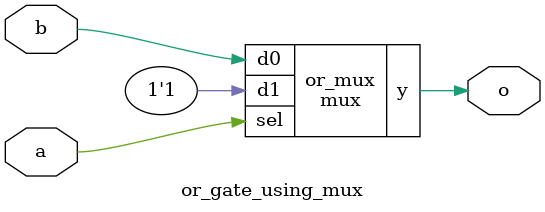
<source format=sv>

module mux
(
  input  d0, d1,
  input  sel,
  output y
);

  assign y = sel ? d1 : d0;

endmodule

//----------------------------------------------------------------------------
// Task
//----------------------------------------------------------------------------

module or_gate_using_mux
(
    input  a,
    input  b,
    output o
);

  // Task:

  // Implement or gate using instance(s) of mux,
  // constants 0 and 1, and wire connections

  mux or_mux (
    .d0(b),     
    .d1(1'b1),  
    .sel(a),    
    .y(o)       
  );

endmodule

</source>
